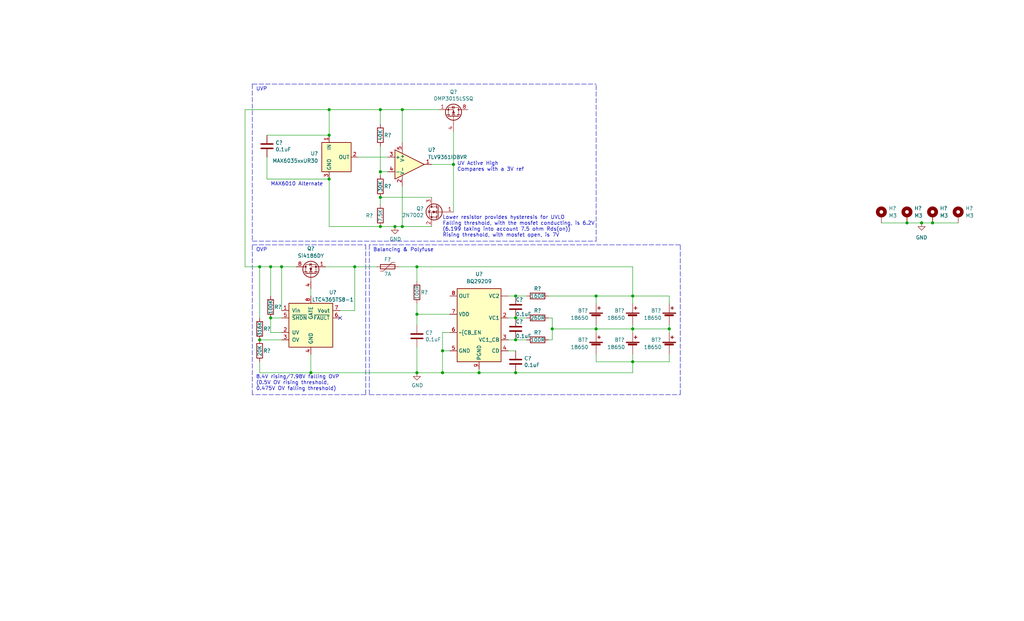
<source format=kicad_sch>
(kicad_sch (version 20211123) (generator eeschema)
  (paper "USLegal")
  (lib_symbols
    (symbol "Amplifier_Operational:OPA842xDBV" (pin_names (offset 0.127))
      (property "Reference" "U" (at -1.27 6.35 0))
      (property "Value" "OPA842xDBV" (at -1.27 3.81 0))
      (symbol "OPA842xDBV_0_1"
        (polyline (pts (xy -5.08 5.08) (xy 5.08 0) (xy -5.08 -5.08) (xy -5.08 5.08)) (stroke (width 0.254)) (fill (type background)))
        (pin power_in line (at -2.54 -7.62 90) (length 3.81) (name "V-") (number "2"))
        (pin power_in line (at -2.54 7.62 270) (length 3.81) (name "V+") (number "5"))
      )
      (symbol "OPA842xDBV_1_1"
        (pin output line (at 7.62 0 180) (length 2.54) (name "~") (number "1"))
        (pin input line (at -7.62 2.54 0) (length 2.54) (name "+") (number "3"))
        (pin input line (at -7.62 -2.54 0) (length 2.54) (name "-") (number "4"))
      )
    )
    (symbol "Device:Battery_Cell" (pin_numbers hide) (pin_names (offset 0) hide)
      (property "Reference" "BT" (at 2.54 2.54 0))
      (property "Value" "Battery_Cell" (at 2.54 0 0))
      (symbol "Battery_Cell_0_1"
        (rectangle (start -2.286 1.778) (end 2.286 1.524) (fill (type outline)))
        (rectangle (start -1.5748 1.1938) (end 1.4732 0.6858) (fill (type outline)))
        (polyline (pts (xy 0 0.762) (xy 0 0)))
        (polyline (pts (xy 0 1.778) (xy 0 2.54)))
        (polyline (pts (xy 0.508 3.429) (xy 1.524 3.429)) (stroke (width 0.254)))
        (polyline (pts (xy 1.016 3.937) (xy 1.016 2.921)) (stroke (width 0.254)))
      )
      (symbol "Battery_Cell_1_1"
        (pin passive line (at 0 5.08 270) (length 2.54) (name "+") (number "1"))
        (pin passive line (at 0 -2.54 90) (length 2.54) (name "-") (number "2"))
      )
    )
    (symbol "Device:C" (pin_numbers hide) (pin_names (offset 0.254))
      (property "Reference" "C" (at 0.635 2.54 0))
      (property "Value" "C" (at 0.635 -2.54 0))
      (symbol "C_0_1"
        (polyline (pts (xy -2.032 -0.762) (xy 2.032 -0.762)) (stroke (width 0.508)))
        (polyline (pts (xy -2.032 0.762) (xy 2.032 0.762)) (stroke (width 0.508)))
      )
      (symbol "C_1_1"
        (pin passive line (at 0 3.81 270) (length 2.794) (name "~") (number "1"))
        (pin passive line (at 0 -3.81 90) (length 2.794) (name "~") (number "2"))
      )
    )
    (symbol "Device:Polyfuse" (pin_numbers hide) (pin_names (offset 0))
      (property "Reference" "F" (at -2.54 0 90))
      (property "Value" "Polyfuse" (at 2.54 0 90))
      (symbol "Polyfuse_0_1"
        (rectangle (start -0.762 2.54) (end 0.762 -2.54) (stroke (width 0.254)))
        (polyline (pts (xy 0 2.54) (xy 0 -2.54)))
        (polyline (pts (xy -1.524 2.54) (xy -1.524 1.524) (xy 1.524 -1.524) (xy 1.524 -2.54)))
      )
      (symbol "Polyfuse_1_1"
        (pin passive line (at 0 3.81 270) (length 1.27) (name "~") (number "1"))
        (pin passive line (at 0 -3.81 90) (length 1.27) (name "~") (number "2"))
      )
    )
    (symbol "Device:R" (pin_numbers hide) (pin_names (offset 0))
      (property "Reference" "R" (at 2.032 0 90))
      (property "Value" "R" (at 0 0 90))
      (symbol "R_0_1"
        (rectangle (start -1.016 -2.54) (end 1.016 2.54) (stroke (width 0.254)))
      )
      (symbol "R_1_1"
        (pin passive line (at 0 3.81 270) (length 1.27) (name "~") (number "1"))
        (pin passive line (at 0 -3.81 90) (length 1.27) (name "~") (number "2"))
      )
    )
    (symbol "Mechanical:MountingHole_Pad" (pin_numbers hide) (pin_names (offset 1.016) hide)
      (property "Reference" "H" (at 0 6.35 0))
      (property "Value" "MountingHole_Pad" (at 0 4.445 0))
      (symbol "MountingHole_Pad_0_1"
        (circle (center 0 1.27) (radius 1.27) (stroke (width 1.27)))
      )
      (symbol "MountingHole_Pad_1_1"
        (pin input line (at 0 -2.54 90) (length 2.54) (name "1") (number "1"))
      )
    )
    (symbol "Power_Management:LTC4365TS8-1" (pin_names (offset 1.016))
      (property "Reference" "U" (at -7.62 8.89 0))
      (property "Value" "LTC4365TS8-1" (at 2.54 8.89 0))
      (symbol "LTC4365TS8-1_0_1"
        (rectangle (start -7.62 7.62) (end 7.62 -7.62) (stroke (width 0.254)) (fill (type background)))
      )
      (symbol "LTC4365TS8-1_1_1"
        (pin power_in line (at -10.16 5.08 0) (length 2.54) (name "Vin") (number "1"))
        (pin input line (at -10.16 -2.54 0) (length 2.54) (name "UV") (number "2"))
        (pin input line (at -10.16 -5.08 0) (length 2.54) (name "OV") (number "3"))
        (pin power_in line (at 0 -10.16 90) (length 2.54) (name "GND") (number "4"))
        (pin input line (at -10.16 2.54 0) (length 2.54) (name "~{SHDN}") (number "5"))
        (pin open_collector line (at 10.16 2.54 180) (length 2.54) (name "~{FAULT}") (number "6"))
        (pin input line (at 10.16 5.08 180) (length 2.54) (name "Vout") (number "7"))
        (pin output line (at 0 10.16 270) (length 2.54) (name "GATE") (number "8"))
      )
    )
    (symbol "Reference_Voltage:MAX6035xxUR30"
      (property "Reference" "U" (at 0 6.35 0))
      (property "Value" "MAX6035xxUR30" (at 2.54 -6.35 0))
      (symbol "MAX6035xxUR30_0_1"
        (rectangle (start -5.08 5.08) (end 5.08 -5.08) (stroke (width 0.254)) (fill (type background)))
      )
      (symbol "MAX6035xxUR30_1_1"
        (pin power_in line (at -2.54 7.62 270) (length 2.54) (name "IN") (number "1"))
        (pin power_out line (at 7.62 0 180) (length 2.54) (name "OUT") (number "2"))
        (pin power_in line (at -2.54 -7.62 90) (length 2.54) (name "GND") (number "3"))
      )
    )
    (symbol "Transistor_FET:2N7002" (pin_names hide)
      (property "Reference" "Q" (at 5.08 1.905 0))
      (property "Value" "2N7002" (at 5.08 0 0))
      (symbol "2N7002_0_1"
        (polyline (pts (xy 0.254 0) (xy -2.54 0)))
        (polyline (pts (xy 0.254 1.905) (xy 0.254 -1.905)) (stroke (width 0.254)))
        (polyline (pts (xy 0.762 -1.27) (xy 0.762 -2.286)) (stroke (width 0.254)))
        (polyline (pts (xy 0.762 0.508) (xy 0.762 -0.508)) (stroke (width 0.254)))
        (polyline (pts (xy 0.762 2.286) (xy 0.762 1.27)) (stroke (width 0.254)))
        (polyline (pts (xy 2.54 2.54) (xy 2.54 1.778)))
        (polyline (pts (xy 2.54 -2.54) (xy 2.54 0) (xy 0.762 0)))
        (polyline (pts (xy 0.762 -1.778) (xy 3.302 -1.778) (xy 3.302 1.778) (xy 0.762 1.778)))
        (polyline (pts (xy 1.016 0) (xy 2.032 0.381) (xy 2.032 -0.381) (xy 1.016 0)) (fill (type outline)))
        (polyline (pts (xy 2.794 0.508) (xy 2.921 0.381) (xy 3.683 0.381) (xy 3.81 0.254)))
        (polyline (pts (xy 3.302 0.381) (xy 2.921 -0.254) (xy 3.683 -0.254) (xy 3.302 0.381)))
        (circle (center 1.651 0) (radius 2.794) (stroke (width 0.254)))
        (circle (center 2.54 -1.778) (radius 0.254) (fill (type outline)))
        (circle (center 2.54 1.778) (radius 0.254) (fill (type outline)))
      )
      (symbol "2N7002_1_1"
        (pin input line (at -5.08 0 0) (length 2.54) (name "G") (number "1"))
        (pin passive line (at 2.54 -5.08 90) (length 2.54) (name "S") (number "2"))
        (pin passive line (at 2.54 5.08 270) (length 2.54) (name "D") (number "3"))
      )
    )
    (symbol "Transistor_FET:IRF7404" (pin_names hide)
      (property "Reference" "Q" (at 5.08 1.905 0))
      (property "Value" "IRF7404" (at 5.08 0 0))
      (symbol "IRF7404_0_1"
        (polyline (pts (xy 0.254 0) (xy -2.54 0)))
        (polyline (pts (xy 0.254 1.905) (xy 0.254 -1.905)) (stroke (width 0.254)))
        (polyline (pts (xy 0.762 -1.27) (xy 0.762 -2.286)) (stroke (width 0.254)))
        (polyline (pts (xy 0.762 0.508) (xy 0.762 -0.508)) (stroke (width 0.254)))
        (polyline (pts (xy 0.762 2.286) (xy 0.762 1.27)) (stroke (width 0.254)))
        (polyline (pts (xy 2.54 2.54) (xy 2.54 1.778)))
        (polyline (pts (xy 2.54 -2.54) (xy 2.54 0) (xy 0.762 0)))
        (polyline (pts (xy 0.762 1.778) (xy 3.302 1.778) (xy 3.302 -1.778) (xy 0.762 -1.778)))
        (polyline (pts (xy 2.286 0) (xy 1.27 0.381) (xy 1.27 -0.381) (xy 2.286 0)) (fill (type outline)))
        (polyline (pts (xy 2.794 -0.508) (xy 2.921 -0.381) (xy 3.683 -0.381) (xy 3.81 -0.254)))
        (polyline (pts (xy 3.302 -0.381) (xy 2.921 0.254) (xy 3.683 0.254) (xy 3.302 -0.381)))
        (circle (center 1.651 0) (radius 2.794) (stroke (width 0.254)))
        (circle (center 2.54 -1.778) (radius 0.254) (fill (type outline)))
        (circle (center 2.54 1.778) (radius 0.254) (fill (type outline)))
      )
      (symbol "IRF7404_1_1"
        (pin passive line (at 2.54 -5.08 90) (length 2.54) (name "S") (number "1"))
        (pin passive line (at 2.54 -5.08 90) (length 2.54) hide (name "S") (number "2"))
        (pin passive line (at 2.54 -5.08 90) (length 2.54) hide (name "S") (number "3"))
        (pin passive line (at -5.08 0 0) (length 2.54) (name "G") (number "4"))
        (pin passive line (at 2.54 5.08 270) (length 2.54) hide (name "D") (number "5"))
        (pin passive line (at 2.54 5.08 270) (length 2.54) hide (name "D") (number "6"))
        (pin passive line (at 2.54 5.08 270) (length 2.54) hide (name "D") (number "7"))
        (pin passive line (at 2.54 5.08 270) (length 2.54) (name "D") (number "8"))
      )
    )
    (symbol "Transistor_FET:Si4162DY" (pin_names hide)
      (property "Reference" "Q" (at 5.08 2.54 0))
      (property "Value" "Si4162DY" (at 5.08 0 0))
      (symbol "Si4162DY_0_1"
        (polyline (pts (xy 0.254 0) (xy -2.54 0)))
        (polyline (pts (xy 0.254 1.905) (xy 0.254 -1.905)) (stroke (width 0.254)))
        (polyline (pts (xy 0.762 -1.27) (xy 0.762 -2.286)) (stroke (width 0.254)))
        (polyline (pts (xy 0.762 0.508) (xy 0.762 -0.508)) (stroke (width 0.254)))
        (polyline (pts (xy 0.762 2.286) (xy 0.762 1.27)) (stroke (width 0.254)))
        (polyline (pts (xy 2.54 2.54) (xy 2.54 1.778)))
        (polyline (pts (xy 2.54 -2.54) (xy 2.54 0) (xy 0.762 0)))
        (polyline (pts (xy 0.762 -1.778) (xy 3.302 -1.778) (xy 3.302 1.778) (xy 0.762 1.778)))
        (polyline (pts (xy 1.016 0) (xy 2.032 0.381) (xy 2.032 -0.381) (xy 1.016 0)) (fill (type outline)))
        (polyline (pts (xy 2.794 0.508) (xy 2.921 0.381) (xy 3.683 0.381) (xy 3.81 0.254)))
        (polyline (pts (xy 3.302 0.381) (xy 2.921 -0.254) (xy 3.683 -0.254) (xy 3.302 0.381)))
        (circle (center 1.651 0) (radius 2.794) (stroke (width 0.254)))
        (circle (center 2.54 -1.778) (radius 0.254) (fill (type outline)))
        (circle (center 2.54 1.778) (radius 0.254) (fill (type outline)))
      )
      (symbol "Si4162DY_1_1"
        (pin passive line (at 2.54 -5.08 90) (length 2.54) (name "S") (number "1"))
        (pin passive line (at 2.54 -5.08 90) (length 2.54) hide (name "S") (number "2"))
        (pin passive line (at 2.54 -5.08 90) (length 2.54) hide (name "S") (number "3"))
        (pin input line (at -5.08 0 0) (length 2.54) (name "G") (number "4"))
        (pin passive line (at 2.54 5.08 270) (length 2.54) hide (name "D") (number "5"))
        (pin passive line (at 2.54 5.08 270) (length 2.54) hide (name "D") (number "6"))
        (pin passive line (at 2.54 5.08 270) (length 2.54) hide (name "D") (number "7"))
        (pin passive line (at 2.54 5.08 270) (length 2.54) (name "D") (number "8"))
      )
    )
    (symbol "piridium-eps:BQ29209"
      (property "Reference" "U" (at 0 1.27 0))
      (property "Value" "BQ29209" (at 0 3.81 0))
      (symbol "BQ29209_0_1"
        (rectangle (start -7.62 0) (end 7.62 -25.4) (stroke (width 0.254)) (fill (type background)))
      )
      (symbol "BQ29209_1_1"
        (pin input line (at 10.16 -2.54 180) (length 2.54) (name "VC2") (number ""))
        (pin input line (at 10.16 -10.16 180) (length 2.54) (name "VC1") (number "2"))
        (pin input line (at 10.16 -17.78 180) (length 2.54) (name "VC1_CB") (number "3"))
        (pin input line (at 10.16 -21.59 180) (length 2.54) (name "CD") (number "4"))
        (pin input line (at -10.16 -21.59 0) (length 2.54) (name "GND") (number "5"))
        (pin input line (at -10.16 -15.24 0) (length 2.54) (name "~{CB_EN") (number "6"))
        (pin input line (at -10.16 -8.89 0) (length 2.54) (name "VDD") (number "7"))
        (pin input line (at -10.16 -2.54 0) (length 2.54) (name "OUT") (number "8"))
        (pin input line (at 0 -27.94 90) (length 2.54) (name "PGND") (number "9"))
      )
    )
    (symbol "power:GND" (power) (pin_names (offset 0))
      (property "Value" "GND" (at 0 -3.81 0))
      (symbol "GND_0_1"
        (polyline (pts (xy 0 0) (xy 0 -1.27) (xy 1.27 -1.27) (xy 0 -2.54) (xy -1.27 -1.27) (xy 0 -1.27)))
      )
      (symbol "GND_1_1"
        (pin power_in line (at 0 0 270) (length 0) hide (name "GND") (number "1"))
      )
    )
  )
  (junction (at 132.08 68.58))
  (junction (at 191.77 114.3))
  (junction (at 179.07 118.11))
  (junction (at 153.67 129.54))
  (junction (at 144.78 109.22))
  (junction (at 323.85 77.47))
  (junction (at 219.71 125.73))
  (junction (at 314.96 77.47))
  (junction (at 114.3 62.23))
  (junction (at 232.41 114.3))
  (junction (at 219.71 102.87))
  (junction (at 114.3 38.1))
  (junction (at 139.7 38.1))
  (junction (at 137.16 78.74))
  (junction (at 179.07 110.49))
  (junction (at 320.04 77.47))
  (junction (at 132.08 38.1))
  (junction (at 132.08 78.74))
  (junction (at 157.48 57.15))
  (junction (at 153.67 121.92))
  (junction (at 90.17 92.71))
  (junction (at 139.7 78.74))
  (junction (at 114.3 46.99))
  (junction (at 90.17 118.11))
  (junction (at 144.78 92.71))
  (junction (at 93.98 92.71))
  (junction (at 166.37 129.54))
  (junction (at 107.95 129.54))
  (junction (at 97.79 92.71))
  (junction (at 179.07 102.87))
  (junction (at 123.19 92.71))
  (junction (at 93.98 110.49))
  (junction (at 132.08 59.69))
  (junction (at 144.78 129.54))
  (junction (at 207.01 114.3))
  (junction (at 179.07 129.54))
  (junction (at 219.71 114.3))
  (junction (at 207.01 102.87))
  (no_connect (at 118.11 110.49))
  (wire (pts (xy 191.77 114.3) (xy 207.01 114.3)))
  (polyline (pts (xy 128.27 85.09) (xy 128.27 137.16)))
  (wire (pts (xy 90.17 110.49) (xy 90.17 92.71)))
  (wire (pts (xy 219.71 114.3) (xy 232.41 114.3)))
  (wire (pts (xy 182.88 102.87) (xy 179.07 102.87)))
  (wire (pts (xy 118.11 107.95) (xy 123.19 107.95)))
  (wire (pts (xy 132.08 71.12) (xy 132.08 68.58)))
  (wire (pts (xy 207.01 114.3) (xy 207.01 115.57)))
  (wire (pts (xy 144.78 92.71) (xy 219.71 92.71)))
  (wire (pts (xy 232.41 102.87) (xy 219.71 102.87)))
  (wire (pts (xy 132.08 50.8) (xy 132.08 59.69)))
  (wire (pts (xy 219.71 114.3) (xy 219.71 113.03)))
  (wire (pts (xy 144.78 120.65) (xy 144.78 129.54)))
  (wire (pts (xy 139.7 78.74) (xy 149.86 78.74)))
  (wire (pts (xy 182.88 110.49) (xy 179.07 110.49)))
  (wire (pts (xy 153.67 121.92) (xy 153.67 129.54)))
  (wire (pts (xy 153.67 115.57) (xy 153.67 121.92)))
  (wire (pts (xy 306.07 77.47) (xy 314.96 77.47)))
  (wire (pts (xy 320.04 77.47) (xy 323.85 77.47)))
  (polyline (pts (xy 236.22 85.09) (xy 128.27 85.09)))
  (wire (pts (xy 114.3 38.1) (xy 132.08 38.1)))
  (polyline (pts (xy 87.63 29.21) (xy 87.63 83.82)))
  (wire (pts (xy 182.88 118.11) (xy 179.07 118.11)))
  (wire (pts (xy 144.78 105.41) (xy 144.78 109.22)))
  (wire (pts (xy 207.01 123.19) (xy 207.01 125.73)))
  (wire (pts (xy 97.79 110.49) (xy 93.98 110.49)))
  (wire (pts (xy 144.78 92.71) (xy 144.78 97.79)))
  (wire (pts (xy 153.67 129.54) (xy 166.37 129.54)))
  (wire (pts (xy 137.16 78.74) (xy 139.7 78.74)))
  (wire (pts (xy 139.7 38.1) (xy 139.7 49.53)))
  (wire (pts (xy 207.01 102.87) (xy 219.71 102.87)))
  (wire (pts (xy 93.98 115.57) (xy 97.79 115.57)))
  (wire (pts (xy 139.7 64.77) (xy 139.7 78.74)))
  (wire (pts (xy 132.08 68.58) (xy 149.86 68.58)))
  (wire (pts (xy 232.41 114.3) (xy 232.41 113.03)))
  (polyline (pts (xy 87.63 29.21) (xy 207.01 29.21)))
  (wire (pts (xy 107.95 129.54) (xy 144.78 129.54)))
  (wire (pts (xy 132.08 59.69) (xy 134.62 59.69)))
  (wire (pts (xy 144.78 109.22) (xy 156.21 109.22)))
  (wire (pts (xy 191.77 114.3) (xy 191.77 118.11)))
  (wire (pts (xy 93.98 92.71) (xy 97.79 92.71)))
  (wire (pts (xy 219.71 114.3) (xy 219.71 115.57)))
  (wire (pts (xy 132.08 38.1) (xy 139.7 38.1)))
  (wire (pts (xy 149.86 57.15) (xy 157.48 57.15)))
  (wire (pts (xy 85.09 38.1) (xy 85.09 92.71)))
  (polyline (pts (xy 128.27 137.16) (xy 236.22 137.16)))
  (wire (pts (xy 191.77 118.11) (xy 190.5 118.11)))
  (wire (pts (xy 90.17 125.73) (xy 90.17 129.54)))
  (wire (pts (xy 166.37 128.27) (xy 166.37 129.54)))
  (wire (pts (xy 156.21 121.92) (xy 153.67 121.92)))
  (wire (pts (xy 139.7 38.1) (xy 152.4 38.1)))
  (wire (pts (xy 134.62 54.61) (xy 124.46 54.61)))
  (wire (pts (xy 219.71 125.73) (xy 219.71 129.54)))
  (wire (pts (xy 92.71 62.23) (xy 114.3 62.23)))
  (wire (pts (xy 179.07 110.49) (xy 176.53 110.49)))
  (wire (pts (xy 97.79 107.95) (xy 97.79 92.71)))
  (wire (pts (xy 85.09 38.1) (xy 114.3 38.1)))
  (wire (pts (xy 144.78 129.54) (xy 153.67 129.54)))
  (wire (pts (xy 323.85 77.47) (xy 332.74 77.47)))
  (wire (pts (xy 107.95 123.19) (xy 107.95 129.54)))
  (wire (pts (xy 179.07 121.92) (xy 176.53 121.92)))
  (wire (pts (xy 176.53 118.11) (xy 179.07 118.11)))
  (wire (pts (xy 191.77 110.49) (xy 191.77 114.3)))
  (wire (pts (xy 92.71 54.61) (xy 92.71 62.23)))
  (wire (pts (xy 123.19 107.95) (xy 123.19 92.71)))
  (wire (pts (xy 123.19 92.71) (xy 130.81 92.71)))
  (polyline (pts (xy 87.63 85.09) (xy 127 85.09)))
  (wire (pts (xy 93.98 110.49) (xy 93.98 115.57)))
  (wire (pts (xy 90.17 129.54) (xy 107.95 129.54)))
  (wire (pts (xy 92.71 46.99) (xy 114.3 46.99)))
  (wire (pts (xy 219.71 129.54) (xy 179.07 129.54)))
  (wire (pts (xy 157.48 73.66) (xy 157.48 57.15)))
  (polyline (pts (xy 127 137.16) (xy 87.63 137.16)))
  (wire (pts (xy 179.07 102.87) (xy 176.53 102.87)))
  (wire (pts (xy 207.01 102.87) (xy 207.01 105.41)))
  (wire (pts (xy 85.09 92.71) (xy 90.17 92.71)))
  (wire (pts (xy 157.48 45.72) (xy 157.48 57.15)))
  (wire (pts (xy 232.41 114.3) (xy 232.41 115.57)))
  (wire (pts (xy 219.71 125.73) (xy 232.41 125.73)))
  (wire (pts (xy 166.37 129.54) (xy 179.07 129.54)))
  (wire (pts (xy 132.08 59.69) (xy 132.08 60.96)))
  (wire (pts (xy 144.78 109.22) (xy 144.78 113.03)))
  (polyline (pts (xy 87.63 137.16) (xy 87.63 85.09)))
  (wire (pts (xy 113.03 92.71) (xy 123.19 92.71)))
  (wire (pts (xy 93.98 102.87) (xy 93.98 92.71)))
  (wire (pts (xy 232.41 105.41) (xy 232.41 102.87)))
  (wire (pts (xy 219.71 92.71) (xy 219.71 102.87)))
  (wire (pts (xy 207.01 102.87) (xy 190.5 102.87)))
  (wire (pts (xy 144.78 92.71) (xy 138.43 92.71)))
  (wire (pts (xy 93.98 92.71) (xy 90.17 92.71)))
  (polyline (pts (xy 127 85.09) (xy 127 137.16)))
  (wire (pts (xy 97.79 92.71) (xy 102.87 92.71)))
  (wire (pts (xy 132.08 43.18) (xy 132.08 38.1)))
  (wire (pts (xy 232.41 125.73) (xy 232.41 123.19)))
  (wire (pts (xy 114.3 78.74) (xy 132.08 78.74)))
  (polyline (pts (xy 236.22 137.16) (xy 236.22 85.09)))
  (wire (pts (xy 132.08 78.74) (xy 137.16 78.74)))
  (wire (pts (xy 207.01 114.3) (xy 219.71 114.3)))
  (wire (pts (xy 156.21 115.57) (xy 153.67 115.57)))
  (polyline (pts (xy 87.63 83.82) (xy 207.01 83.82)))
  (polyline (pts (xy 207.01 83.82) (xy 207.01 29.21)))
  (wire (pts (xy 314.96 77.47) (xy 320.04 77.47)))
  (wire (pts (xy 219.71 102.87) (xy 219.71 105.41)))
  (wire (pts (xy 207.01 125.73) (xy 219.71 125.73)))
  (wire (pts (xy 219.71 123.19) (xy 219.71 125.73)))
  (wire (pts (xy 191.77 110.49) (xy 190.5 110.49)))
  (wire (pts (xy 90.17 118.11) (xy 97.79 118.11)))
  (wire (pts (xy 114.3 62.23) (xy 114.3 78.74)))
  (wire (pts (xy 207.01 114.3) (xy 207.01 113.03)))
  (wire (pts (xy 114.3 46.99) (xy 114.3 38.1)))
  (wire (pts (xy 107.95 100.33) (xy 107.95 102.87)))
  (text "UVP" (at 88.9 31.75 0) (effects (font (size 1.27 1.27)) (justify left bottom)))
  (text "UV Active High\nCompares with a 3V ref\n" (at 158.75 59.69 0) (effects (font (size 1.27 1.27)) (justify left bottom)))
  (text "OVP" (at 88.9 87.63 0) (effects (font (size 1.27 1.27)) (justify left bottom)))
  (text "MAX6010 Alternate" (at 93.98 64.77 0) (effects (font (size 1.27 1.27)) (justify left bottom)))
  (text "Lower resistor provides hysteresis for UVLO\nFalling threshold, with the mosfet conducting, is 6.2V \n(6.199 taking into account 7.5 ohm Rds(on))\nRising threshold, with mosfet open, is 7V" (at 153.67 82.55 0) (effects (font (size 1.27 1.27)) (justify left bottom)))
  (text "Balancing & Polyfuse" (at 129.54 87.63 0) (effects (font (size 1.27 1.27)) (justify left bottom)))
  (text "8.4V rising/7.98V falling OVP \n(0.5V OV rising threshold,\n0.475V OV falling threshold)" (at 88.9 135.89 0) (effects (font (size 1.27 1.27)) (justify left bottom)))
  (symbol (lib_id "Device:C") (at 179.07 106.68 0) (unit 1)
    (property "Reference" "C?" (at 179.07 104.14 0) (effects (justify left)))
    (property "Value" "0.1uF" (at 179.07 109.22 0) (effects (justify left)))
    (property "Footprint" "Capacitor_SMD:C_0805_2012Metric" (effects hide))
  )
  (symbol (lib_id "piridium-eps:BQ29209") (at 166.37 100.33 0) (unit 1)
    (property "Reference" "U?" (at 166.37 95.25 0))
    (property "Value" "BQ29209" (at 166.37 97.79 0))
    (property "Footprint" "Package_SON:Texas_S-PVSON-N8_ThermalVias" (effects hide))
  )
  (symbol (lib_id "Transistor_FET:2N7002") (at 152.4 73.66 0) (mirror y) (unit 1)
    (property "Reference" "Q?" (at 147.193 72.4916 0) (effects (justify left)))
    (property "Value" "2N7002" (at 147.193 74.803 0) (effects (justify left)))
    (property "Footprint" "Package_TO_SOT_SMD:SOT-23" (effects hide))
    (property "Datasheet" "https://www.onsemi.com/pub/Collateral/NDS7002A-D.PDF" (effects hide))
  )
  (symbol (lib_id "power:GND") (at 144.78 129.54 0) (unit 1)
    (property "Reference" "#PWR?" (effects hide))
    (property "Value" "GND" (at 144.907 133.9342 0))
  )
  (symbol (lib_id "Device:C") (at 179.07 114.3 0) (unit 1)
    (property "Reference" "C?" (at 179.07 111.76 0) (effects (justify left)))
    (property "Value" "0.1uF" (at 179.07 116.84 0) (effects (justify left)))
    (property "Footprint" "Capacitor_SMD:C_0805_2012Metric" (effects hide))
  )
  (symbol (lib_id "Device:R") (at 132.08 64.77 0) (unit 1)
    (property "Reference" "R?" (at 133.35 64.77 0) (effects (justify left)))
    (property "Value" "30K" (at 132.08 64.77 90))
    (property "Footprint" "Resistor_SMD:R_0805_2012Metric" (effects hide))
  )
  (symbol (lib_id "Mechanical:MountingHole_Pad") (at 314.96 74.93 0) (unit 1)
    (property "Reference" "H?" (at 317.5 72.3899 0) (effects (justify left)))
    (property "Value" "M3" (at 317.5 74.9299 0) (effects (justify left)))
    (property "Footprint" "MountingHole:MountingHole_3.2mm_M3_DIN965_Pad" (effects hide))
  )
  (symbol (lib_id "Device:Battery_Cell") (at 232.41 120.65 0) (unit 1)
    (property "Reference" "BT?" (at 226.06 118.11 0) (effects (justify left)))
    (property "Value" "18650" (at 223.52 120.65 0) (effects (justify left)))
    (property "Footprint" "piridium-eps:18650-weld" (effects hide))
  )
  (symbol (lib_id "Device:Battery_Cell") (at 219.71 120.65 0) (unit 1)
    (property "Reference" "BT?" (at 213.36 118.11 0) (effects (justify left)))
    (property "Value" "18650" (at 210.82 120.65 0) (effects (justify left)))
    (property "Footprint" "piridium-eps:18650-weld" (effects hide))
  )
  (symbol (lib_id "Device:Battery_Cell") (at 232.41 110.49 0) (unit 1)
    (property "Reference" "BT?" (at 226.06 107.95 0) (effects (justify left)))
    (property "Value" "18650" (at 223.52 110.49 0) (effects (justify left)))
    (property "Footprint" "piridium-eps:18650-weld" (effects hide))
  )
  (symbol (lib_id "Device:R") (at 186.69 118.11 270) (unit 1)
    (property "Reference" "R?" (at 186.69 115.57 90))
    (property "Value" "100R" (at 186.69 118.11 90))
    (property "Footprint" "Resistor_SMD:R_0805_2012Metric" (effects hide))
  )
  (symbol (lib_id "Device:Battery_Cell") (at 219.71 110.49 0) (unit 1)
    (property "Reference" "BT?" (at 213.36 107.95 0) (effects (justify left)))
    (property "Value" "18650" (at 210.82 110.49 0) (effects (justify left)))
    (property "Footprint" "piridium-eps:18650-weld" (effects hide))
  )
  (symbol (lib_id "Mechanical:MountingHole_Pad") (at 306.07 74.93 0) (unit 1)
    (property "Reference" "H?" (at 308.61 72.3899 0) (effects (justify left)))
    (property "Value" "M3" (at 308.61 74.9299 0) (effects (justify left)))
    (property "Footprint" "MountingHole:MountingHole_3.2mm_M3_DIN965_Pad" (effects hide))
  )
  (symbol (lib_id "Device:C") (at 179.07 125.73 0) (unit 1)
    (property "Reference" "C?" (at 181.991 124.5616 0) (effects (justify left)))
    (property "Value" "0.1uF" (at 181.991 126.873 0) (effects (justify left)))
    (property "Footprint" "Capacitor_SMD:C_0805_2012Metric" (effects hide))
  )
  (symbol (lib_id "power:GND") (at 320.04 77.47 0) (unit 1)
    (property "Reference" "#PWR?" (effects hide))
    (property "Value" "GND" (at 320.04 82.55 0))
  )
  (symbol (lib_id "Mechanical:MountingHole_Pad") (at 323.85 74.93 0) (unit 1)
    (property "Reference" "H?" (at 326.39 72.3899 0) (effects (justify left)))
    (property "Value" "M3" (at 326.39 74.9299 0) (effects (justify left)))
    (property "Footprint" "MountingHole:MountingHole_3.2mm_M3_DIN965_Pad" (effects hide))
  )
  (symbol (lib_id "Device:R") (at 132.08 74.93 0) (unit 1)
    (property "Reference" "R?" (at 127 74.93 0) (effects (justify left)))
    (property "Value" "7.5K" (at 132.08 74.93 90))
    (property "Footprint" "Resistor_SMD:R_0805_2012Metric" (effects hide))
  )
  (symbol (lib_id "Device:R") (at 93.98 106.68 0) (unit 1)
    (property "Reference" "R?" (at 95.25 106.68 0) (effects (justify left)))
    (property "Value" "100K" (at 93.98 106.68 90))
    (property "Footprint" "Resistor_SMD:R_0805_2012Metric" (effects hide))
  )
  (symbol (lib_id "Device:Polyfuse") (at 134.62 92.71 270) (unit 1)
    (property "Reference" "F?" (at 134.62 90.17 90))
    (property "Value" "7A" (at 134.62 95.25 90))
    (property "Footprint" "Resistor_SMD:R_1206_3216Metric" (effects hide))
  )
  (symbol (lib_id "Device:C") (at 92.71 50.8 0) (unit 1)
    (property "Reference" "C?" (at 95.631 49.6316 0) (effects (justify left)))
    (property "Value" "0.1uF" (at 95.631 51.943 0) (effects (justify left)))
    (property "Footprint" "Capacitor_SMD:C_0805_2012Metric" (effects hide))
  )
  (symbol (lib_id "Transistor_FET:IRF7404") (at 157.48 40.64 270) (mirror x) (unit 1)
    (property "Reference" "Q?" (at 157.48 31.9532 90))
    (property "Value" "DMP3015LSSQ" (at 157.48 34.2646 90))
    (property "Footprint" "Package_SO:SOIC-8_3.9x4.9mm_P1.27mm" (effects hide))
    (property "Datasheet" "http://www.infineon.com/dgdl/irf7404.pdf?fileId=5546d462533600a4015355fa2b5b1b9e" (effects hide))
  )
  (symbol (lib_id "Device:R") (at 144.78 101.6 0) (unit 1)
    (property "Reference" "R?" (at 146.05 101.6 0) (effects (justify left)))
    (property "Value" "100R" (at 144.78 101.6 90))
    (property "Footprint" "Resistor_SMD:R_0805_2012Metric" (effects hide))
  )
  (symbol (lib_id "Device:C") (at 144.78 116.84 0) (unit 1)
    (property "Reference" "C?" (at 147.701 115.6716 0) (effects (justify left)))
    (property "Value" "0.1uF" (at 147.701 117.983 0) (effects (justify left)))
    (property "Footprint" "Capacitor_SMD:C_0805_2012Metric" (effects hide))
  )
  (symbol (lib_id "Power_Management:LTC4365TS8-1") (at 107.95 113.03 0) (unit 1)
    (property "Reference" "U?" (at 115.57 101.6 0))
    (property "Value" "LTC4365TS8-1" (at 115.57 104.14 0))
    (property "Footprint" "Package_TO_SOT_SMD:TSOT-23-8" (effects hide))
    (property "Datasheet" "https://www.analog.com/media/en/technical-documentation/data-sheets/4365fa.pdf" (effects hide))
  )
  (symbol (lib_id "Transistor_FET:Si4162DY") (at 107.95 95.25 90) (unit 1)
    (property "Reference" "Q?" (at 107.95 86.36 90))
    (property "Value" "Si4186DY" (at 107.95 88.9 90))
    (property "Footprint" "Package_SO:SOIC-8_3.9x4.9mm_P1.27mm" (effects hide))
    (property "Datasheet" "http://www.vishay.com/docs/68967/si4162dy.pdf" (effects hide))
  )
  (symbol (lib_id "Device:R") (at 132.08 46.99 0) (unit 1)
    (property "Reference" "R?" (at 133.35 46.99 0) (effects (justify left)))
    (property "Value" "40K" (at 132.08 46.99 90))
    (property "Footprint" "Resistor_SMD:R_0805_2012Metric" (effects hide))
  )
  (symbol (lib_id "Mechanical:MountingHole_Pad") (at 332.74 74.93 0) (unit 1)
    (property "Reference" "H?" (at 335.28 72.3899 0) (effects (justify left)))
    (property "Value" "M3" (at 335.28 74.9299 0) (effects (justify left)))
    (property "Footprint" "MountingHole:MountingHole_3.2mm_M3_DIN965_Pad" (effects hide))
  )
  (symbol (lib_id "Reference_Voltage:MAX6035xxUR30") (at 116.84 54.61 0) (unit 1)
    (property "Reference" "U?" (at 110.49 53.3399 0) (effects (justify right)))
    (property "Value" "MAX6035xxUR30" (at 110.49 55.8799 0) (effects (justify right)))
    (property "Footprint" "Package_TO_SOT_SMD:SOT-23" (effects hide))
    (property "Datasheet" "https://datasheets.maximintegrated.com/en/ds/MAX6035.pdf" (effects hide))
  )
  (symbol (lib_id "Device:R") (at 90.17 114.3 0) (unit 1)
    (property "Reference" "R?" (at 91.44 114.3 0) (effects (justify left)))
    (property "Value" "316K" (at 90.17 114.3 90))
    (property "Footprint" "Resistor_SMD:R_0805_2012Metric" (effects hide))
  )
  (symbol (lib_id "Device:R") (at 186.69 102.87 270) (unit 1)
    (property "Reference" "R?" (at 186.69 100.33 90))
    (property "Value" "160R" (at 186.69 102.87 90))
    (property "Footprint" "Resistor_SMD:R_0805_2012Metric" (effects hide))
  )
  (symbol (lib_id "Device:R") (at 90.17 121.92 0) (unit 1)
    (property "Reference" "R?" (at 91.44 121.92 0) (effects (justify left)))
    (property "Value" "20K" (at 90.17 121.92 90))
    (property "Footprint" "Resistor_SMD:R_0805_2012Metric" (effects hide))
  )
  (symbol (lib_id "Device:Battery_Cell") (at 207.01 120.65 0) (unit 1)
    (property "Reference" "BT?" (at 200.66 118.11 0) (effects (justify left)))
    (property "Value" "18650" (at 198.12 120.65 0) (effects (justify left)))
    (property "Footprint" "piridium-eps:18650-weld" (effects hide))
  )
  (symbol (lib_id "power:GND") (at 137.16 78.74 0) (unit 1)
    (property "Reference" "#PWR?" (effects hide))
    (property "Value" "GND" (at 137.287 83.1342 0))
  )
  (symbol (lib_id "Device:Battery_Cell") (at 207.01 110.49 0) (unit 1)
    (property "Reference" "BT?" (at 200.66 107.95 0) (effects (justify left)))
    (property "Value" "18650" (at 198.12 110.49 0) (effects (justify left)))
    (property "Footprint" "piridium-eps:18650-weld" (effects hide))
  )
  (symbol (lib_id "Device:R") (at 186.69 110.49 270) (unit 1)
    (property "Reference" "R?" (at 186.69 107.95 90))
    (property "Value" "260R" (at 186.69 110.49 90))
    (property "Footprint" "Resistor_SMD:R_0805_2012Metric" (effects hide))
  )
  (symbol (lib_id "Amplifier_Operational:OPA842xDBV") (at 142.24 57.15 0) (unit 1)
    (property "Reference" "U?" (at 148.59 52.07 0) (effects (justify left)))
    (property "Value" "TLV9361IDBVR" (at 148.59 54.61 0) (effects (justify left)))
    (property "Footprint" "Package_TO_SOT_SMD:SOT-23-5" (effects hide))
    (property "Datasheet" "http://www.ti.com/lit/ds/symlink/opa842.pdf" (effects hide))
  )
)
</source>
